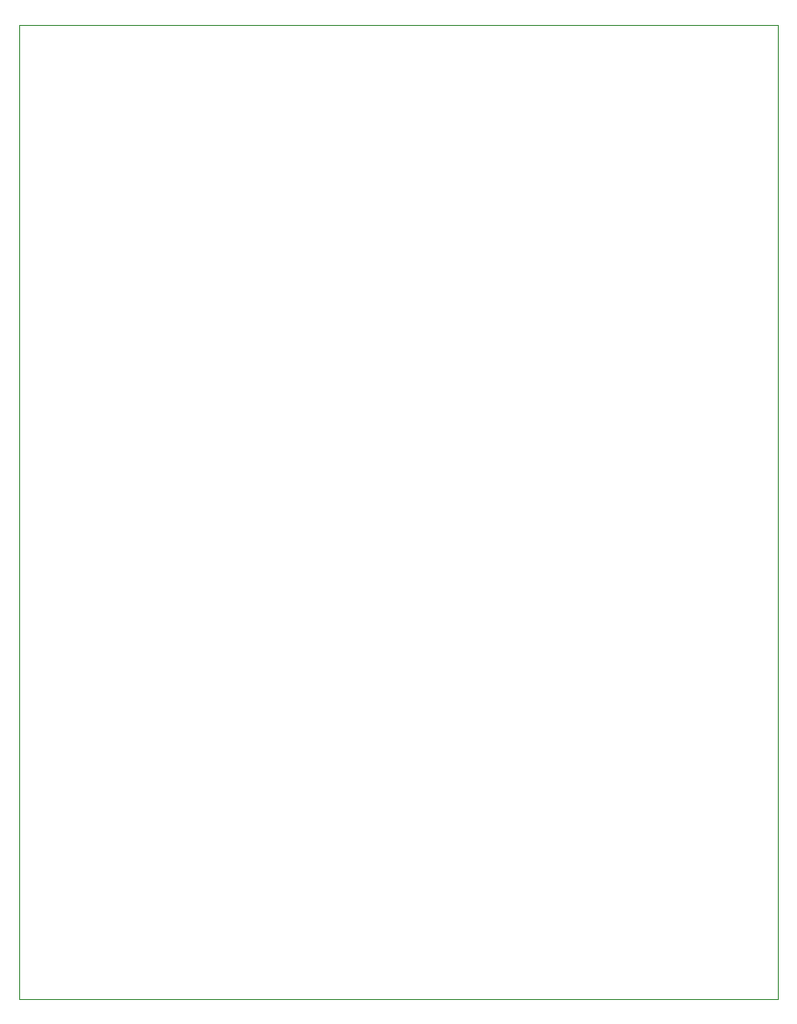
<source format=gm1>
G04 #@! TF.GenerationSoftware,KiCad,Pcbnew,(5.1.10)-1*
G04 #@! TF.CreationDate,2021-11-10T22:46:01+01:00*
G04 #@! TF.ProjectId,RS485-DIN-PCB,52533438-352d-4444-994e-2d5043422e6b,rev?*
G04 #@! TF.SameCoordinates,Original*
G04 #@! TF.FileFunction,Profile,NP*
%FSLAX46Y46*%
G04 Gerber Fmt 4.6, Leading zero omitted, Abs format (unit mm)*
G04 Created by KiCad (PCBNEW (5.1.10)-1) date 2021-11-10 22:46:01*
%MOMM*%
%LPD*%
G01*
G04 APERTURE LIST*
G04 #@! TA.AperFunction,Profile*
%ADD10C,0.050000*%
G04 #@! TD*
G04 APERTURE END LIST*
D10*
X50000000Y-64000000D02*
X50000000Y-150000000D01*
X117000000Y-64000000D02*
X50000000Y-64000000D01*
X117000000Y-150000000D02*
X117000000Y-64000000D01*
X50000000Y-150000000D02*
X117000000Y-150000000D01*
M02*

</source>
